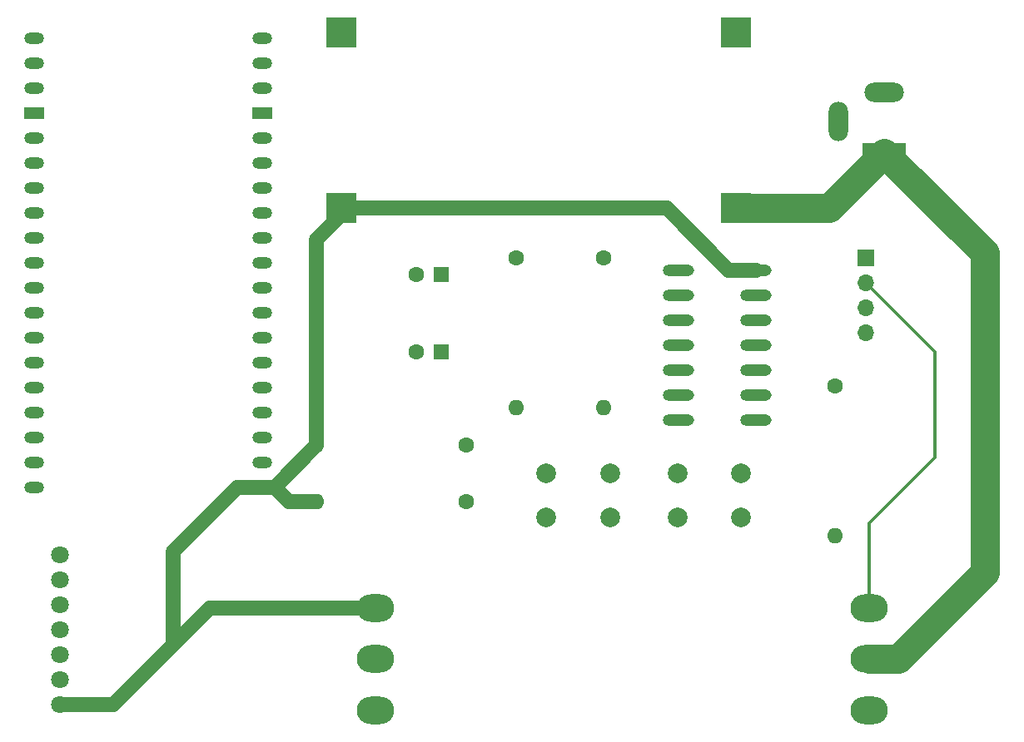
<source format=gtl>
G04 #@! TF.GenerationSoftware,KiCad,Pcbnew,8.0.1*
G04 #@! TF.CreationDate,2024-04-23T21:18:21-07:00*
G04 #@! TF.ProjectId,FanSystem,46616e53-7973-4746-956d-2e6b69636164,1*
G04 #@! TF.SameCoordinates,Original*
G04 #@! TF.FileFunction,Copper,L1,Top*
G04 #@! TF.FilePolarity,Positive*
%FSLAX46Y46*%
G04 Gerber Fmt 4.6, Leading zero omitted, Abs format (unit mm)*
G04 Created by KiCad (PCBNEW 8.0.1) date 2024-04-23 21:18:21*
%MOMM*%
%LPD*%
G01*
G04 APERTURE LIST*
G04 #@! TA.AperFunction,ComponentPad*
%ADD10O,3.180000X1.200000*%
G04 #@! TD*
G04 #@! TA.AperFunction,ComponentPad*
%ADD11C,1.600000*%
G04 #@! TD*
G04 #@! TA.AperFunction,ComponentPad*
%ADD12O,1.600000X1.600000*%
G04 #@! TD*
G04 #@! TA.AperFunction,ComponentPad*
%ADD13R,1.600000X1.600000*%
G04 #@! TD*
G04 #@! TA.AperFunction,ComponentPad*
%ADD14C,2.000000*%
G04 #@! TD*
G04 #@! TA.AperFunction,ComponentPad*
%ADD15R,4.500000X2.000000*%
G04 #@! TD*
G04 #@! TA.AperFunction,ComponentPad*
%ADD16O,4.000000X2.000000*%
G04 #@! TD*
G04 #@! TA.AperFunction,ComponentPad*
%ADD17O,2.000000X4.000000*%
G04 #@! TD*
G04 #@! TA.AperFunction,ComponentPad*
%ADD18R,1.700000X1.700000*%
G04 #@! TD*
G04 #@! TA.AperFunction,ComponentPad*
%ADD19O,1.700000X1.700000*%
G04 #@! TD*
G04 #@! TA.AperFunction,ComponentPad*
%ADD20O,3.800000X2.800000*%
G04 #@! TD*
G04 #@! TA.AperFunction,ComponentPad*
%ADD21R,3.100000X3.100000*%
G04 #@! TD*
G04 #@! TA.AperFunction,ComponentPad*
%ADD22O,2.000000X1.200000*%
G04 #@! TD*
G04 #@! TA.AperFunction,ComponentPad*
%ADD23R,2.000000X1.200000*%
G04 #@! TD*
G04 #@! TA.AperFunction,ComponentPad*
%ADD24C,1.800000*%
G04 #@! TD*
G04 #@! TA.AperFunction,Conductor*
%ADD25C,3.000000*%
G04 #@! TD*
G04 #@! TA.AperFunction,Conductor*
%ADD26C,1.500000*%
G04 #@! TD*
G04 #@! TA.AperFunction,Conductor*
%ADD27C,0.300000*%
G04 #@! TD*
G04 APERTURE END LIST*
D10*
X151130000Y-94615000D03*
X151130000Y-97155000D03*
X151130000Y-99695000D03*
X151130000Y-102235000D03*
X151130000Y-104775000D03*
X151130000Y-107315000D03*
X151130000Y-109855000D03*
X158930000Y-109855000D03*
X158930000Y-107315000D03*
X158930000Y-104775000D03*
X158930000Y-102235000D03*
X158930000Y-99695000D03*
X158930000Y-97155000D03*
X158930000Y-94615000D03*
D11*
X167005000Y-106362500D03*
D12*
X167005000Y-121602500D03*
D13*
X126935113Y-95050000D03*
D11*
X124435113Y-95050000D03*
D14*
X150980000Y-115252500D03*
X157480000Y-115252500D03*
X150980000Y-119752500D03*
X157480000Y-119752500D03*
D15*
X172050000Y-82650000D03*
D16*
X172050000Y-76450000D03*
D17*
X167350000Y-79450000D03*
D18*
X170180000Y-93345000D03*
D19*
X170180000Y-95885000D03*
X170180000Y-98425000D03*
X170180000Y-100965000D03*
D11*
X143435000Y-93372500D03*
D12*
X143435000Y-108612500D03*
D20*
X120315400Y-128944700D03*
X120315400Y-134177100D03*
X120315400Y-139409500D03*
X170505800Y-128944700D03*
X170505800Y-134177100D03*
X170505800Y-139409500D03*
D11*
X134545000Y-93372500D03*
D12*
X134545000Y-108612500D03*
D13*
X126960000Y-102870000D03*
D11*
X124460000Y-102870000D03*
X129540000Y-112395000D03*
D12*
X114300000Y-112395000D03*
D21*
X156921200Y-88277700D03*
X156921200Y-70396100D03*
X116840000Y-88277700D03*
X116840000Y-70396100D03*
D22*
X108737400Y-116671600D03*
X108737400Y-114131600D03*
X108737400Y-111591600D03*
X108737400Y-109051600D03*
X108737400Y-106511600D03*
X108737400Y-103971600D03*
X108737400Y-101431600D03*
X108737400Y-98891600D03*
X108737400Y-96351600D03*
X108737400Y-93811600D03*
X108737400Y-91271600D03*
X108737400Y-88731600D03*
X108737400Y-86191600D03*
X108737400Y-83651600D03*
X108737400Y-81111600D03*
D23*
X108737400Y-78571600D03*
D22*
X108737400Y-76031600D03*
X108737400Y-73491600D03*
X108737400Y-70951600D03*
X85572600Y-116671600D03*
X85572600Y-114131600D03*
X85572600Y-111591600D03*
X85572600Y-109051600D03*
X85572600Y-106511600D03*
X85572600Y-103971600D03*
X85572600Y-101431600D03*
X85572600Y-98891600D03*
X85572600Y-96351600D03*
X85572600Y-93811600D03*
X85572600Y-91271600D03*
X85572600Y-88731600D03*
X85572600Y-86191600D03*
X85572600Y-83651600D03*
X85572600Y-81111600D03*
D23*
X85572600Y-78571600D03*
D22*
X85572600Y-76031600D03*
X85572600Y-73491600D03*
X85572600Y-70951600D03*
D11*
X129540000Y-118110000D03*
D12*
X114300000Y-118110000D03*
D24*
X88160200Y-123520700D03*
X88160200Y-126060700D03*
X88160200Y-128600700D03*
X88160200Y-131140700D03*
X88160200Y-133680700D03*
X88160200Y-136220700D03*
X88160200Y-138760700D03*
D14*
X137645000Y-115252500D03*
X144145000Y-115252500D03*
X137645000Y-119752500D03*
X144145000Y-119752500D03*
D25*
X173445318Y-134177100D02*
X170505800Y-134177100D01*
X172050000Y-82650000D02*
X166422300Y-88277700D01*
X182245000Y-125377418D02*
X173445318Y-134177100D01*
X182245000Y-92845000D02*
X172050000Y-82650000D01*
X182245000Y-125377418D02*
X182245000Y-92845000D01*
X166422300Y-88277700D02*
X156921200Y-88277700D01*
D26*
X110023400Y-116671600D02*
X111461800Y-118110000D01*
X116840000Y-88277700D02*
X149872700Y-88277700D01*
X149872700Y-88277700D02*
X156210000Y-94615000D01*
X99695000Y-123190000D02*
X99695000Y-132715000D01*
X116840000Y-88900000D02*
X116840000Y-88277700D01*
X103465300Y-128944700D02*
X120315400Y-128944700D01*
X156210000Y-94615000D02*
X158930000Y-94615000D01*
X111461800Y-118110000D02*
X114300000Y-118110000D01*
X108737400Y-116671600D02*
X106213400Y-116671600D01*
X114300000Y-91440000D02*
X116840000Y-88900000D01*
X114300000Y-112395000D02*
X114300000Y-91440000D01*
X114300000Y-112395000D02*
X110023400Y-116671600D01*
X93649300Y-138760700D02*
X88160200Y-138760700D01*
X106213400Y-116671600D02*
X99695000Y-123190000D01*
X99695000Y-132715000D02*
X93649300Y-138760700D01*
X110023400Y-116671600D02*
X108737400Y-116671600D01*
X99695000Y-132715000D02*
X103465300Y-128944700D01*
D27*
X177165000Y-113665000D02*
X177165000Y-102870000D01*
X177165000Y-102870000D02*
X170180000Y-95885000D01*
X170505800Y-128944700D02*
X170505800Y-120324200D01*
X170505800Y-120324200D02*
X177165000Y-113665000D01*
M02*

</source>
